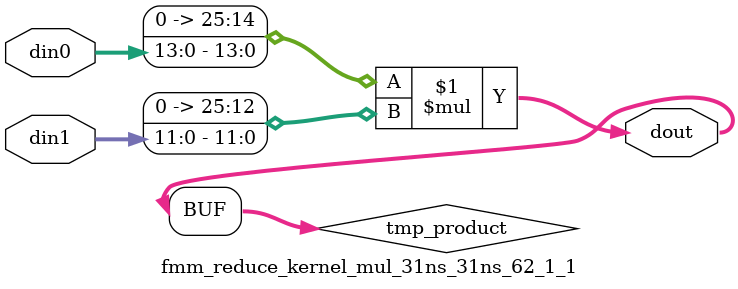
<source format=v>

`timescale 1 ns / 1 ps

module fmm_reduce_kernel_mul_31ns_31ns_62_1_1(din0, din1, dout);
parameter ID = 1;
parameter NUM_STAGE = 0;
parameter din0_WIDTH = 14;
parameter din1_WIDTH = 12;
parameter dout_WIDTH = 26;

input [din0_WIDTH - 1 : 0] din0; 
input [din1_WIDTH - 1 : 0] din1; 
output [dout_WIDTH - 1 : 0] dout;

wire signed [dout_WIDTH - 1 : 0] tmp_product;
























assign tmp_product = $signed({1'b0, din0}) * $signed({1'b0, din1});











assign dout = tmp_product;





















endmodule

</source>
